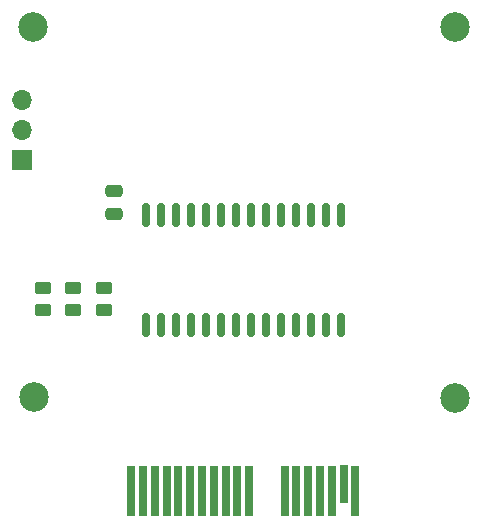
<source format=gbr>
%TF.GenerationSoftware,KiCad,Pcbnew,(6.0.0-0)*%
%TF.CreationDate,2022-02-10T00:31:09-05:00*%
%TF.ProjectId,ROM-Cartridge,524f4d2d-4361-4727-9472-696467652e6b,rev?*%
%TF.SameCoordinates,Original*%
%TF.FileFunction,Soldermask,Top*%
%TF.FilePolarity,Negative*%
%FSLAX46Y46*%
G04 Gerber Fmt 4.6, Leading zero omitted, Abs format (unit mm)*
G04 Created by KiCad (PCBNEW (6.0.0-0)) date 2022-02-10 00:31:09*
%MOMM*%
%LPD*%
G01*
G04 APERTURE LIST*
G04 Aperture macros list*
%AMRoundRect*
0 Rectangle with rounded corners*
0 $1 Rounding radius*
0 $2 $3 $4 $5 $6 $7 $8 $9 X,Y pos of 4 corners*
0 Add a 4 corners polygon primitive as box body*
4,1,4,$2,$3,$4,$5,$6,$7,$8,$9,$2,$3,0*
0 Add four circle primitives for the rounded corners*
1,1,$1+$1,$2,$3*
1,1,$1+$1,$4,$5*
1,1,$1+$1,$6,$7*
1,1,$1+$1,$8,$9*
0 Add four rect primitives between the rounded corners*
20,1,$1+$1,$2,$3,$4,$5,0*
20,1,$1+$1,$4,$5,$6,$7,0*
20,1,$1+$1,$6,$7,$8,$9,0*
20,1,$1+$1,$8,$9,$2,$3,0*%
G04 Aperture macros list end*
%ADD10O,1.700000X1.700000*%
%ADD11R,1.700000X1.700000*%
%ADD12R,0.700000X4.300000*%
%ADD13R,0.700000X3.200000*%
%ADD14RoundRect,0.250000X0.475000X-0.250000X0.475000X0.250000X-0.475000X0.250000X-0.475000X-0.250000X0*%
%ADD15RoundRect,0.150000X0.150000X-0.875000X0.150000X0.875000X-0.150000X0.875000X-0.150000X-0.875000X0*%
%ADD16RoundRect,0.250000X0.450000X-0.262500X0.450000X0.262500X-0.450000X0.262500X-0.450000X-0.262500X0*%
%ADD17C,2.500000*%
G04 APERTURE END LIST*
D10*
%TO.C,SW1*%
X102230000Y-90310000D03*
X102230000Y-92850000D03*
D11*
X102230000Y-95390000D03*
%TD*%
D12*
%TO.C,J1*%
X111506000Y-123444000D03*
X112506000Y-123444000D03*
X113506000Y-123444000D03*
X114506000Y-123444000D03*
X115506000Y-123444000D03*
X116506000Y-123444000D03*
X117506000Y-123444000D03*
X118506000Y-123444000D03*
X119506000Y-123444000D03*
X120506000Y-123444000D03*
X121506000Y-123444000D03*
X126506000Y-123444000D03*
X127506000Y-123444000D03*
X128506000Y-123444000D03*
D13*
X129506000Y-122894000D03*
D12*
X130506000Y-123444000D03*
X124506000Y-123444000D03*
X125506000Y-123444000D03*
%TD*%
D14*
%TO.C,C1*%
X110090000Y-99950000D03*
X110090000Y-98050000D03*
%TD*%
D15*
%TO.C,U1*%
X112745000Y-109350000D03*
X114015000Y-109350000D03*
X115285000Y-109350000D03*
X116555000Y-109350000D03*
X117825000Y-109350000D03*
X119095000Y-109350000D03*
X120365000Y-109350000D03*
X121635000Y-109350000D03*
X122905000Y-109350000D03*
X124175000Y-109350000D03*
X125445000Y-109350000D03*
X126715000Y-109350000D03*
X127985000Y-109350000D03*
X129255000Y-109350000D03*
X129255000Y-100050000D03*
X127985000Y-100050000D03*
X126715000Y-100050000D03*
X125445000Y-100050000D03*
X124175000Y-100050000D03*
X122905000Y-100050000D03*
X121635000Y-100050000D03*
X120365000Y-100050000D03*
X119095000Y-100050000D03*
X117825000Y-100050000D03*
X116555000Y-100050000D03*
X115285000Y-100050000D03*
X114015000Y-100050000D03*
X112745000Y-100050000D03*
%TD*%
D16*
%TO.C,R3*%
X104080000Y-106297500D03*
X104080000Y-108122500D03*
%TD*%
%TO.C,R2*%
X106630000Y-106287500D03*
X106630000Y-108112500D03*
%TD*%
%TO.C,R1*%
X109180000Y-106297500D03*
X109180000Y-108122500D03*
%TD*%
D17*
%TO.C,REF\u002A\u002A*%
X138960000Y-84150000D03*
%TD*%
%TO.C,REF\u002A\u002A*%
X138940000Y-115560000D03*
%TD*%
%TO.C,REF\u002A\u002A*%
X103300000Y-115500000D03*
%TD*%
%TO.C,REF\u002A\u002A*%
X103220000Y-84150000D03*
%TD*%
M02*

</source>
